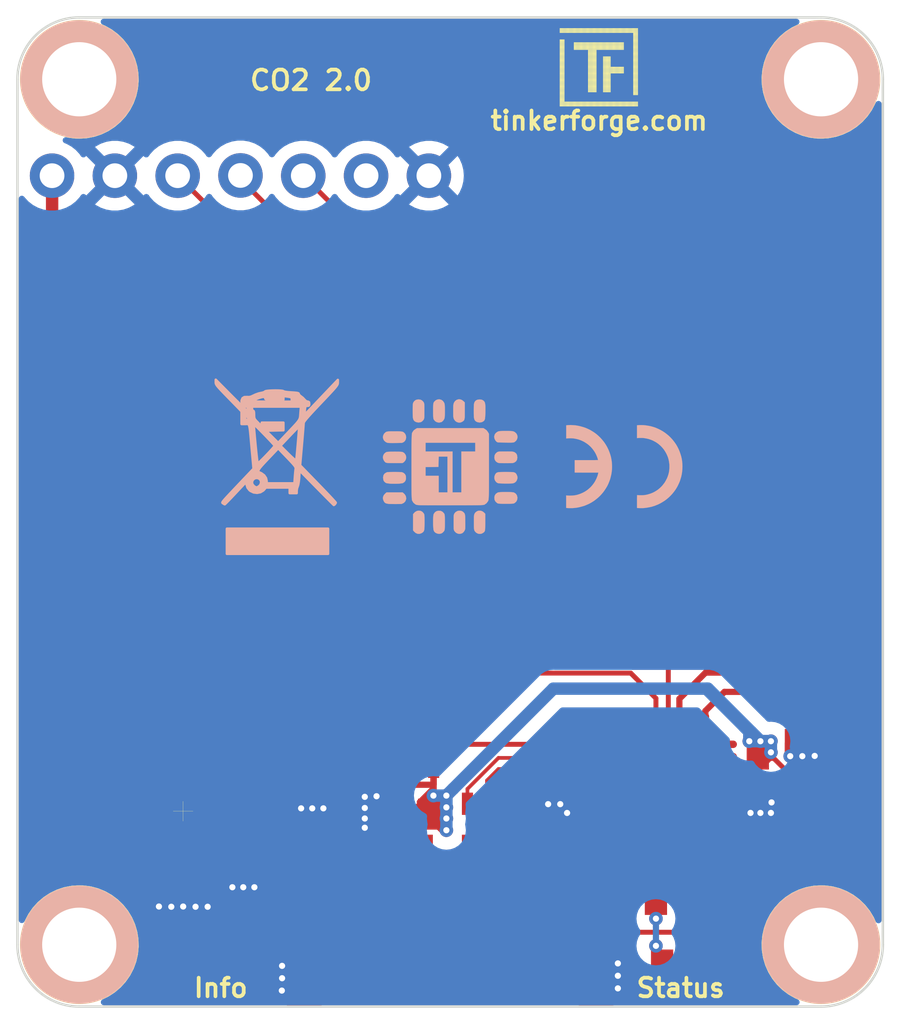
<source format=kicad_pcb>
(kicad_pcb (version 20221018) (generator pcbnew)
  (title_block (title "CO2 Bricklet 2.0") (rev "1.0") (company "Tinkerforge GmbH") (comment 1 "Licensed under CERN OHL v.1.1") (comment 2 "Copyright (©) 2015, T.Schneidermann <tim@tinkerforge.com>"))
  (layers (0 "F.Cu" signal) (31 "B.Cu" signal) (34 "B.Paste" user) (35 "F.Paste" user) (36 "B.SilkS" user "B.Silkscreen") (37 "F.SilkS" user "F.Silkscreen") (38 "B.Mask" user) (39 "F.Mask" user) (44 "Edge.Cuts" user))
  (net 0 "")
  (net 1 "Net-(C1-Pad1)")
  (net 2 "GND")
  (net 3 "+3.3VP")
  (net 4 "+5V")
  (net 5 "Net-(C6-Pad1)")
  (net 6 "Net-(D1-Pad2)")
  (net 7 "Net-(D2-Pad2)")
  (net 8 "Net-(P1-Pad4)")
  (net 9 "Net-(P1-Pad5)")
  (net 10 "Net-(P1-Pad6)")
  (net 11 "Net-(P2-Pad1)")
  (net 12 "Net-(P3-Pad2)")
  (net 13 "S-CS")
  (net 14 "S-CLK")
  (net 15 "S-MOSI")
  (net 16 "S-MISO")
  (net 17 "SDA")
  (net 18 "Net-(RP3-Pad2)")
  (net 19 "Net-(RP3-Pad3)")
  (net 20 "SCL")
  (net 21 "Net-(RP3-Pad6)")
  (net 22 "Net-(RP3-Pad7)")
  (net 23 "RDY")
  (net 24 "Net-(U1-Pad3)")
  (net 25 "Net-(U1-Pad4)")
  (net 26 "Net-(U1-Pad5)")
  (net 27 "Net-(U1-Pad6)")
  (net 28 "Net-(U1-Pad8)")
  (net 29 "Net-(U1-Pad11)")
  (net 30 "Net-(U1-Pad12)")
  (net 31 "Net-(U1-Pad18)")
  (net 32 "Net-(U1-Pad20)")
  (net 33 "Net-(U1-Pad21)")
  (net 34 "Net-(U6-Pad6)")
  (net 35 "Net-(R1-Pad1)")
  (net 36 "Net-(R2-Pad1)")
  (net 37 "Net-(U1-Pad14)")
  (footprint "C0402E" (layer "F.Cu") (at 142.702192 106.905794 90)
    (fp_text reference "C1")
    (fp_text value "220pF")
    (pad "1" smd rect (at -0.65 0 90) (size 0.7 0.9) (layers "F.Cu" "F.Paste" "F.Mask") (net 1 "Net-(C1-Pad1)"))
    (pad "2" smd rect (at 0.65 0 90) (size 0.7 0.9) (layers "F.Cu" "F.Paste" "F.Mask") (net 2 "GND"))
  )
  (footprint "kicad-libraries:C0805" (layer "F.Cu") (at 136.7 106.225 180)
    (fp_text reference "C2")
    (fp_text value "10uF")
    (pad "1" smd rect (at -1.00076 0 180) (size 1.00076 1.24968) (layers "F.Cu" "F.Paste" "F.Mask") (net 3 "+3.3VP") (clearance 0.14986))
    (pad "2" smd rect (at 1.00076 0 180) (size 1.00076 1.24968) (layers "F.Cu" "F.Paste" "F.Mask") (net 2 "GND") (clearance 0.14986))
  )
  (footprint "kicad-libraries:C0603F" (layer "F.Cu") (at 136.602192 107.505794 180)
    (fp_text reference "C3")
    (fp_text value "1uF")
    (pad "1" smd rect (at -0.75 0 180) (size 0.9 0.9) (layers "F.Cu" "F.Paste" "F.Mask") (net 3 "+3.3VP"))
    (pad "2" smd rect (at 0.75 0 180) (size 0.9 0.9) (layers "F.Cu" "F.Paste" "F.Mask") (net 2 "GND"))
  )
  (footprint "C0603F" (layer "F.Cu") (at 150.945 104.72 -90)
    (fp_text reference "C4")
    (fp_text value "100nF")
    (pad "1" smd rect (at -0.75 0 270) (size 0.9 0.9) (layers "F.Cu" "F.Paste" "F.Mask") (net 3 "+3.3VP"))
    (pad "2" smd rect (at 0.75 0 270) (size 0.9 0.9) (layers "F.Cu" "F.Paste" "F.Mask") (net 2 "GND"))
  )
  (footprint "C0603E" (layer "F.Cu") (at 132.902192 107.555694 90)
    (fp_text reference "C5")
    (fp_text value "1µF")
    (pad "1" smd rect (at -0.8501 0 90) (size 1.1 1) (layers "F.Cu" "F.Paste" "F.Mask") (net 4 "+5V"))
    (pad "2" smd rect (at 0.8501 0 90) (size 1.1 1) (layers "F.Cu" "F.Paste" "F.Mask") (net 2 "GND"))
  )
  (footprint "C0603E" (layer "F.Cu") (at 130.102192 107.555694 -90)
    (fp_text reference "C6")
    (fp_text value "1µF")
    (pad "1" smd rect (at -0.8501 0 270) (size 1.1 1) (layers "F.Cu" "F.Paste" "F.Mask") (net 5 "Net-(C6-Pad1)"))
    (pad "2" smd rect (at 0.8501 0 270) (size 1.1 1) (layers "F.Cu" "F.Paste" "F.Mask") (net 2 "GND"))
  )
  (footprint "D0603F" (layer "F.Cu") (at 147.825 112.15 180)
    (fp_text reference "D1")
    (fp_text value "BLUE")
    (pad "1" smd rect (at -0.75 0 180) (size 0.9 0.9) (layers "F.Cu" "F.Paste" "F.Mask") (net 3 "+3.3VP"))
    (pad "2" smd rect (at 0.75 0 180) (size 0.9 0.9) (layers "F.Cu" "F.Paste" "F.Mask") (net 6 "Net-(D1-Pad2)"))
  )
  (footprint "D0603F" (layer "F.Cu") (at 129.225 112.15 180)
    (fp_text reference "D2")
    (fp_text value "GREEN")
    (pad "1" smd rect (at -0.75 0 180) (size 0.9 0.9) (layers "F.Cu" "F.Paste" "F.Mask") (net 3 "+3.3VP"))
    (pad "2" smd rect (at 0.75 0 180) (size 0.9 0.9) (layers "F.Cu" "F.Paste" "F.Mask") (net 7 "Net-(D2-Pad2)"))
  )
  (footprint "R0603E" (layer "F.Cu") (at 131.502192 107.555694 90)
    (fp_text reference "L1")
    (fp_text value "FB-2")
    (pad "1" smd rect (at -0.8501 0 90) (size 1.1 1) (layers "F.Cu" "F.Paste" "F.Mask") (net 4 "+5V"))
    (pad "2" smd rect (at 0.8501 0 90) (size 1.1 1) (layers "F.Cu" "F.Paste" "F.Mask") (net 5 "Net-(C6-Pad1)"))
  )
  (footprint "DEBUG_PAD" (layer "F.Cu") (at 154.565 102.98 90)
    (fp_text reference "P2")
    (fp_text value "DEBUG")
    (pad "1" smd circle (at 0 0 90) (size 0.7 0.7) (layers "F.Cu" "F.Paste" "F.Mask") (net 11 "Net-(P2-Pad1)"))
  )
  (footprint "SolderJumper" (layer "F.Cu") (at 152.735 103.03 90)
    (fp_text reference "P3")
    (fp_text value "BOOT")
    (pad "1" smd rect (at -0.5 0 90) (size 0.4 1.4) (layers "F.Cu" "F.Mask") (net 2 "GND"))
    (pad "1" smd rect (at -0.225 -0.55 90) (size 0.95 0.3) (layers "F.Cu" "F.Mask") (net 2 "GND"))
    (pad "1" smd rect (at -0.225 0.55 90) (size 0.95 0.3) (layers "F.Cu" "F.Mask") (net 2 "GND"))
    (pad "2" smd rect (at 0.15 0 90) (size 0.6 0.5) (layers "F.Cu" "F.Mask") (net 12 "Net-(P3-Pad2)"))
    (pad "2" smd rect (at 0.55 0 90) (size 0.3 1.4) (layers "F.Cu" "F.Mask") (net 12 "Net-(P3-Pad2)"))
  )
  (footprint "4X0603" (layer "F.Cu") (at 140.400972 106.654894 180)
    (fp_text reference "RP1")
    (fp_text value "82")
    (pad "1" smd rect (at -1.19888 -0.8509 180) (size 0.44958 0.89916) (layers "F.Cu" "F.Paste" "F.Mask") (net 1 "Net-(C1-Pad1)"))
    (pad "2" smd rect (at -0.39878 -0.8509 180) (size 0.44958 0.89916) (layers "F.Cu" "F.Paste" "F.Mask") (net 10 "Net-(P1-Pad6)"))
    (pad "3" smd rect (at 0.39878 -0.8509 180) (size 0.44958 0.89916) (layers "F.Cu" "F.Paste" "F.Mask") (net 9 "Net-(P1-Pad5)"))
    (pad "4" smd rect (at 1.19888 -0.8509 180) (size 0.44958 0.89916) (layers "F.Cu" "F.Paste" "F.Mask") (net 8 "Net-(P1-Pad4)"))
    (pad "5" smd rect (at 1.19888 0.8509 180) (size 0.44958 0.89916) (layers "F.Cu" "F.Paste" "F.Mask") (net 13 "S-CS"))
    (pad "6" smd rect (at 0.39878 0.8509 180) (size 0.44958 0.89916) (layers "F.Cu" "F.Paste" "F.Mask") (net 14 "S-CLK"))
    (pad "7" smd rect (at -0.39878 0.8509 180) (size 0.44958 0.89916) (layers "F.Cu" "F.Paste" "F.Mask") (net 15 "S-MOSI"))
    (pad "8" smd rect (at -1.19888 0.8509 180) (size 0.44958 0.89916) (layers "F.Cu" "F.Paste" "F.Mask") (net 16 "S-MISO"))
  )
  (footprint "QFN24-4x4mm-0.5mm" (layer "F.Cu") (at 147.575 104.65 90)
    (fp_text reference "U1")
    (fp_text value "XMC1302")
    (pad "1" smd oval (at -2.025 -1.25 90) (size 1 0.3) (layers "F.Cu" "F.Paste" "F.Mask") (net 16 "S-MISO"))
    (pad "2" smd oval (at -2.025 -0.75 90) (size 1 0.3) (layers "F.Cu" "F.Paste" "F.Mask") (net 35 "Net-(R1-Pad1)"))
    (pad "3" smd oval (at -2.025 -0.25 90) (size 1 0.3) (layers "F.Cu" "F.Paste" "F.Mask") (net 24 "Net-(U1-Pad3)"))
    (pad "4" smd oval (at -2.025 0.25 90) (size 1 0.3) (layers "F.Cu" "F.Paste" "F.Mask") (net 25 "Net-(U1-Pad4)"))
    (pad "5" smd oval (at -2.025 0.75 90) (size 1 0.3) (layers "F.Cu" "F.Paste" "F.Mask") (net 26 "Net-(U1-Pad5)"))
    (pad "6" smd oval (at -2.025 1.25 90) (size 1 0.3) (layers "F.Cu" "F.Paste" "F.Mask") (net 27 "Net-(U1-Pad6)"))
    (pad "7" smd oval (at -1.25 2.025 180) (size 1 0.3) (layers "F.Cu" "F.Paste" "F.Mask") (net 36 "Net-(R2-Pad1)"))
    (pad "8" smd oval (at -0.75 2.025 180) (size 1 0.3) (layers "F.Cu" "F.Paste" "F.Mask") (net 28 "Net-(U1-Pad8)"))
    (pad "9" smd oval (at -0.25 2.025 180) (size 1 0.3) (layers "F.Cu" "F.Paste" "F.Mask") (net 2 "GND"))
    (pad "10" smd oval (at 0.25 2.025 180) (size 1 0.3) (layers "F.Cu" "F.Paste" "F.Mask") (net 3 "+3.3VP"))
    (pad "11" smd oval (at 0.75 2.025 180) (size 1 0.3) (layers "F.Cu" "F.Paste" "F.Mask") (net 29 "Net-(U1-Pad11)"))
    (pad "12" smd oval (at 1.25 2.025 180) (size 1 0.3) (layers "F.Cu" "F.Paste" "F.Mask") (net 30 "Net-(U1-Pad12)"))
    (pad "13" smd oval (at 2.025 1.25 90) (size 1 0.3) (layers "F.Cu" "F.Paste" "F.Mask") (net 12 "Net-(P3-Pad2)"))
    (pad "14" smd oval (at 2.025 0.75 90) (size 1 0.3) (layers "F.Cu" "F.Paste" "F.Mask") (net 37 "Net-(U1-Pad14)"))
    (pad "15" smd oval (at 2.025 0.25 90) (size 1 0.3) (layers "F.Cu" "F.Paste" "F.Mask") (net 11 "Net-(P2-Pad1)"))
    (pad "16" smd oval (at 2.025 -0.25 90) (size 1 0.3) (layers "F.Cu" "F.Paste" "F.Mask") (net 23 "RDY"))
    (pad "17" smd oval (at 2.025 -0.75 90) (size 1 0.3) (layers "F.Cu" "F.Paste" "F.Mask") (net 17 "SDA"))
    (pad "18" smd oval (at 2.025 -1.25 90) (size 1 0.3) (layers "F.Cu" "F.Paste" "F.Mask") (net 31 "Net-(U1-Pad18)"))
    (pad "19" smd oval (at 1.25 -2.025 180) (size 1 0.3) (layers "F.Cu" "F.Paste" "F.Mask") (net 20 "SCL"))
    (pad "20" smd oval (at 0.75 -2.025 180) (size 1 0.3) (layers "F.Cu" "F.Paste" "F.Mask") (net 32 "Net-(U1-Pad20)"))
    (pad "21" smd oval (at 0.25 -2.025 180) (size 1 0.3) (layers "F.Cu" "F.Paste" "F.Mask") (net 33 "Net-(U1-Pad21)"))
    (pad "22" smd oval (at -0.25 -2.025 180) (size 1 0.3) (layers "F.Cu" "F.Paste" "F.Mask") (net 13 "S-CS"))
    (pad "23" smd oval (at -0.75 -2.025 180) (size 1 0.3) (layers "F.Cu" "F.Paste" "F.Mask") (net 14 "S-CLK"))
    (pad "24" smd oval (at -1.25 -2.025 180) (size 1 0.3) (layers "F.Cu" "F.Paste" "F.Mask") (net 15 "S-MOSI"))
    (pad "EXP" smd rect (at -0.65 -0.65 90) (size 1.3 1.3) (layers "F.Cu" "F.Paste" "F.Mask") (net 2 "GND"))
    (pad "EXP" smd rect (at -0.65 0.65 90) (size 1.3 1.3) (layers "F.Cu" "F.Paste" "F.Mask") (net 2 "GND"))
    (pad "EXP" smd rect (at 0.65 -0.65 90) (size 1.3 1.3) (layers "F.Cu" "F.Paste" "F.Mask") (net 2 "GND"))
    (pad "EXP" smd rect (at 0.65 0.65 90) (size 1.3 1.3) (layers "F.Cu" "F.Paste" "F.Mask") (net 2 "GND"))
  )
  (footprint "DRILL_NP" (layer "F.Cu") (at 123.502192 76.505794 90)
    (fp_text reference "U3" hide)
    (fp_text value "DRILL" hide)
    (pad "" np_thru_hole circle (at 0 0 90) (size 2.99974 2.99974) (drill 2.99974) (layers "*.Cu" "*.Mask" "F.SilkS") (clearance 0.89916))
  )
  (footprint "DRILL_NP" (layer "F.Cu") (at 153.502192 76.505794 90)
    (fp_text reference "U4" hide)
    (fp_text value "DRILL" hide)
    (pad "" np_thru_hole circle (at 0 0 90) (size 2.99974 2.99974) (drill 2.99974) (layers "*.Cu" "*.Mask" "F.SilkS") (clearance 0.89916))
  )
  (footprint "DRILL_NP" (layer "F.Cu") (at 153.502192 111.505794 90)
    (fp_text reference "U5" hide)
    (fp_text value "DRILL" hide)
    (pad "" np_thru_hole circle (at 0 0 90) (size 2.99974 2.99974) (drill 2.99974) (layers "*.Cu" "*.Mask" "F.SilkS") (clearance 0.89916))
  )
  (footprint "DRILL_NP" (layer "F.Cu") (at 123.502192 111.505794 90)
    (fp_text reference "U2" hide)
    (fp_text value "DRILL" hide)
    (pad "" np_thru_hole circle (at 0 0 90) (size 2.99974 2.99974) (drill 2.99974) (layers "*.Cu" "*.Mask" "F.SilkS") (clearance 0.89916))
  )
  (footprint "kicad-libraries:SCD30" (layer "F.Cu") (at 121.002192 79.005794 180)
    (fp_text reference "U6")
    (fp_text value "SCD30")
    (pad "1" thru_hole circle (at -1.4 -1.4 180) (size 1.8 1.8) (drill 1) (layers "*.Cu" "*.Mask") (net 5 "Net-(C6-Pad1)"))
    (pad "2" thru_hole circle (at -3.94 -1.4 180) (size 1.8 1.8) (drill 1) (layers "*.Cu" "*.Mask") (net 2 "GND"))
    (pad "3" thru_hole circle (at -6.48 -1.4 180) (size 1.8 1.8) (drill 1) (layers "*.Cu" "*.Mask") (net 20 "SCL"))
    (pad "4" thru_hole circle (at -9.02 -1.39 180) (size 1.8 1.8) (drill 1) (layers "*.Cu" "*.Mask") (net 17 "SDA"))
    (pad "5" thru_hole circle (at -11.56 -1.4 180) (size 1.8 1.8) (drill 1) (layers "*.Cu" "*.Mask") (net 23 "RDY"))
    (pad "6" thru_hole circle (at -14.1 -1.4 180) (size 1.8 1.8) (drill 1) (layers "*.Cu" "*.Mask") (net 34 "Net-(U6-Pad6)"))
    (pad "7" thru_hole circle (at -16.64 -1.4 180) (size 1.8 1.8) (drill 1) (layers "*.Cu" "*.Mask") (net 2 "GND"))
  )
  (footprint "3528-21" (layer "F.Cu") (at 127.702192 107.506274 -90)
    (fp_text reference "C7")
    (fp_text value "100µF")
    (pad "1" smd rect (at -1.40048 0 270) (size 1.59954 2.79908) (layers "F.Cu" "F.Paste" "F.Mask") (net 5 "Net-(C6-Pad1)") (clearance 0.14986))
    (pad "2" smd rect (at 1.40048 0 270) (size 1.59954 2.79908) (layers "F.Cu" "F.Paste" "F.Mask") (net 2 "GND") (clearance 0.14986))
  )
  (footprint "4X0603" (layer "F.Cu") (at 136.635 103.46)
    (fp_text reference "RP3")
    (fp_text value "1k")
    (pad "1" smd rect (at -1.19888 -0.8509) (size 0.44958 0.89916) (layers "F.Cu" "F.Paste" "F.Mask") (net 20 "SCL"))
    (pad "2" smd rect (at -0.39878 -0.8509) (size 0.44958 0.89916) (layers "F.Cu" "F.Paste" "F.Mask") (net 18 "Net-(RP3-Pad2)"))
    (pad "3" smd rect (at 0.39878 -0.8509) (size 0.44958 0.89916) (layers "F.Cu" "F.Paste" "F.Mask") (net 19 "Net-(RP3-Pad3)"))
    (pad "4" smd rect (at 1.19888 -0.8509) (size 0.44958 0.89916) (layers "F.Cu" "F.Paste" "F.Mask") (net 17 "SDA"))
    (pad "5" smd rect (at 1.19888 0.8509) (size 0.44958 0.89916) (layers "F.Cu" "F.Paste" "F.Mask") (net 3 "+3.3VP"))
    (pad "6" smd rect (at 0.39878 0.8509) (size 0.44958 0.89916) (layers "F.Cu" "F.Paste" "F.Mask") (net 21 "Net-(RP3-Pad6)"))
    (pad "7" smd rect (at -0.39878 0.8509) (size 0.44958 0.89916) (layers "F.Cu" "F.Paste" "F.Mask") (net 22 "Net-(RP3-Pad7)"))
    (pad "8" smd rect (at -1.19888 0.8509) (size 0.44958 0.89916) (layers "F.Cu" "F.Paste" "F.Mask") (net 3 "+3.3VP"))
  )
  (footprint "kicad-libraries:R0603F" (layer "F.Cu") (at 146.825 109.1 -90)
    (fp_text reference "R1")
    (fp_text value "1k")
    (pad "1" smd rect (at -0.75 0 270) (size 0.9 0.9) (layers "F.Cu" "F.Paste" "F.Mask") (net 35 "Net-(R1-Pad1)"))
    (pad "2" smd rect (at 0.75 0 270) (size 0.9 0.9) (layers "F.Cu" "F.Paste" "F.Mask") (net 6 "Net-(D1-Pad2)"))
  )
  (footprint "kicad-libraries:R0603F" (layer "F.Cu") (at 129.215 110.87 180)
    (fp_text reference "R2")
    (fp_text value "1k")
    (pad "1" smd rect (at -0.75 0 180) (size 0.9 0.9) (layers "F.Cu" "F.Paste" "F.Mask") (net 36 "Net-(R2-Pad1)"))
    (pad "2" smd rect (at 0.75 0 180) (size 0.9 0.9) (layers "F.Cu" "F.Paste" "F.Mask") (net 7 "Net-(D2-Pad2)"))
  )
  (footprint "kicad-libraries:Logo_31x31" (layer "F.Cu") (at 142.935 74.44)
    (fp_text reference "G***" hide)
    (fp_text value "Logo_31x31" hide)
  )
  (footprint "CON-SENSOR2" (layer "F.Cu") (at 138.502192 114.005794)
    (fp_text reference "P1")
    (fp_text value "CON-SENSOR2")
    (pad "1" smd rect (at -3.75 -4.6) (size 0.6 1.8) (layers "F.Cu" "F.Paste" "F.Mask") (net 4 "+5V"))
    (pad "2" smd rect (at -2.5 -4.6) (size 0.6 1.8) (layers "F.Cu" "F.Paste" "F.Mask") (net 2 "GND"))
    (pad "3" smd rect (at -1.25 -4.6) (size 0.6 1.8) (layers "F.Cu" "F.Paste" "F.Mask") (net 3 "+3.3VP"))
    (pad "4" smd rect (at 0 -4.6) (size 0.6 1.8) (layers "F.Cu" "F.Paste" "F.Mask") (net 8 "Net-(P1-Pad4)"))
    (pad "5" smd rect (at 1.25 -4.6) (size 0.6 1.8) (layers "F.Cu" "F.Paste" "F.Mask") (net 9 "Net-(P1-Pad5)"))
    (pad "6" smd rect (at 2.5 -4.6) (size 0.6 1.8) (layers "F.Cu" "F.Paste" "F.Mask") (net 10 "Net-(P1-Pad6)"))
    (pad "7" smd rect (at 3.75 -4.6) (size 0.6 1.8) (layers "F.Cu" "F.Paste" "F.Mask") (net 1 "Net-(C1-Pad1)"))
    (pad "EP" smd rect (at -5.9 -1.2) (size 1.4 2.4) (layers "F.Cu" "F.Paste" "F.Mask") (net 2 "GND"))
    (pad "EP" smd rect (at 5.9 -1.2) (size 1.4 2.4) (layers "F.Cu" "F.Paste" "F.Mask") (net 2 "GND"))
  )
  (footprint "kicad-libraries:Fiducial_Mark" (layer "F.Cu") (at 154 106)
    (fp_text reference "Fiducial_Mark" hide)
    (fp_text value "VAL**" hide)
    (pad "1" smd circle (at 0 0) (size 1.00076 1.00076) (layers "F.Cu" "F.Paste" "F.Mask") (clearance 0.65024))
  )
  (footprint "kicad-libraries:Fiducial_Mark" (layer "F.Cu") (at 124 106)
    (fp_text reference "Fiducial_Mark" hide)
    (fp_text value "VAL**" hide)
    (pad "1" smd circle (at 0 0) (size 1.00076 1.00076) (layers "F.Cu" "F.Paste" "F.Mask") (clearance 0.65024))
  )
  (footprint "kicad-libraries:Fiducial_Mark" (layer "F.Cu") (at 128 76)
    (fp_text reference "Fiducial_Mark" hide)
    (fp_text value "VAL**" hide)
    (pad "1" smd circle (at 0 0) (size 1.00076 1.00076) (layers "F.Cu" "F.Paste" "F.Mask") (clearance 0.65024))
  )
  (footprint "kicad-libraries:Logo_CoMCU" (layer "B.Cu") (at 138.505 92.17 180)
    (fp_text reference "G***" hide)
    (fp_text value "LOGO" hide)
  )
  (footprint "kicad-libraries:CE_5mm" (layer "B.Cu") (at 145.505 92.17 180)
    (fp_text reference "VAL" hide)
    (fp_text value "CE_5mm" hide)
  )
  (footprint "kicad-libraries:WEEE_7mm" (layer "B.Cu") (at 131.505 92.17 180)
    (fp_text reference "VAL" hide)
    (fp_text value "WEEE_7mm" hide)
  )
  (gr_arc (start 121.002192 76.505794) (mid 121.734425 74.738027) (end 123.502192 74.005794) (stroke (width 0.1)) (layer "Edge.Cuts"))
  (gr_line (start 153.502192 74.005794) (end 123.502192 74.005794) (stroke (width 0.1)) (layer "Edge.Cuts"))
  (gr_arc (start 123.502192 114.005794) (mid 121.734425 113.273561) (end 121.002192 111.505794) (stroke (width 0.1)) (layer "Edge.Cuts"))
  (gr_arc (start 153.502192 74.005794) (mid 155.269959 74.738027) (end 156.002192 76.505794) (stroke (width 0.1)) (layer "Edge.Cuts"))
  (gr_line (start 123.502192 114.005794) (end 153.502192 114.005794) (stroke (width 0.1)) (layer "Edge.Cuts"))
  (gr_line (start 156.002192 111.505794) (end 156.002192 76.505794) (stroke (width 0.1)) (layer "Edge.Cuts"))
  (gr_line (start 121.002192 76.505794) (end 121.002192 111.505794) (stroke (width 0.1)) (layer "Edge.Cuts"))
  (gr_arc (start 156.002192 111.505794) (mid 155.269959 113.273561) (end 153.502192 114.005794) (stroke (width 0.1)) (layer "Edge.Cuts"))
  (gr_text "tinkerforge.com" (at 144.525 78.18) (layer "F.SilkS") (effects (font (size 0.75 0.75))))
  (gr_text "Status" (at 147.825 113.25) (layer "F.SilkS") (effects (font (size 0.75 0.75))))
  (gr_text "Info" (at 129.225 113.25) (layer "F.SilkS") (effects (font (size 0.75 0.75))))
  (gr_text "CO2 2.0" (at 132.875 76.55) (layer "F.SilkS") (effects (font (size 0.8 0.8))))
  (segment (start 141.599852 107.505794) (end 142.652192 107.505794) (width 0.15) (layer "F.Cu") (net 1))
  (segment (start 142.252192 108.617192) (end 142.252192 109.405794) (width 0.15) (layer "F.Cu") (net 1))
  (segment (start 141.625 107.99) (end 142.252192 108.617192) (width 0.15) (layer "F.Cu") (net 1))
  (segment (start 141.625 107.59) (end 141.625 107.99) (width 0.15) (layer "F.Cu") (net 1))
  (segment (start 142.652192 107.505794) (end 142.702192 107.555794) (width 0.15) (layer "F.Cu") (net 1))
  (segment (start 151.22 105.47) (end 151.225001 105.475001) (width 0.5) (layer "F.Cu") (net 2))
  (segment (start 131.695 113.359996) (end 132.04799 113.359996) (width 0.5) (layer "F.Cu") (net 2))
  (segment (start 135.61921 106.205794) (end 135.324999 106.500005) (width 0.3) (layer "F.Cu") (net 2))
  (segment (start 132.902192 106.46281) (end 133.100003 106.264999) (width 0.3) (layer "F.Cu") (net 2))
  (segment (start 150.945 105.88) (end 150.924999 105.900001) (width 0.3) (layer "F.Cu") (net 2))
  (segment (start 150.65 106.175) (end 151.474994 106.175) (width 0.5) (layer "F.Cu") (net 2))
  (segment (start 135.952192 105.927192) (end 135.799999 105.774999) (width 0.3) (layer "F.Cu") (net 2))
  (segment (start 135.525 106.05076) (end 135.69924 106.225) (width 0.5) (layer "F.Cu") (net 2))
  (segment (start 132.04799 113.359996) (end 132.602192 112.805794) (width 0.5) (layer "F.Cu") (net 2))
  (segment (start 135.830794 106.205794) (end 135.730794 106.205794) (width 0.3) (layer "F.Cu") (net 2))
  (segment (start 130.102192 108.405794) (end 130.102192 108.697192) (width 0.3) (layer "F.Cu") (net 2))
  (segment (start 150.945 105.47) (end 150.945 105.84) (width 0.3) (layer "F.Cu") (net 2))
  (segment (start 151.05 105.936092) (end 151.05 106.286092) (width 0.3) (layer "F.Cu") (net 2))
  (segment (start 150.945 105.47) (end 151.05 105.575) (width 0.5) (layer "F.Cu") (net 2))
  (segment (start 152.185 103.255) (end 152.185 103.375002) (width 0.25) (layer "F.Cu") (net 2))
  (segment (start 150.945 106.22) (end 150.95 106.225) (width 0.3) (layer "F.Cu") (net 2))
  (segment (start 135.525 105.5) (end 135.075 105.5) (width 0.5) (layer "F.Cu") (net 2))
  (segment (start 148.225 105.3) (end 146.925 105.3) (width 0.2) (layer "F.Cu") (net 2))
  (segment (start 128.684999 109.959999) (end 128.695 109.97) (width 0.5) (layer "F.Cu") (net 2))
  (segment (start 142.702192 106.255794) (end 142.702192 106.057192) (width 0.3) (layer "F.Cu") (net 2))
  (segment (start 153.130002 103.53) (end 153.285 103.375002) (width 0.25) (layer "F.Cu") (net 2))
  (segment (start 131.705 112.36) (end 132.156398 112.36) (width 0.5) (layer "F.Cu") (net 2))
  (segment (start 142.702192 106.255794) (end 142.781725 106.176261) (width 0.3) (layer "F.Cu") (net 2))
  (segment (start 130.310001 108.905001) (end 130.585 109.18) (width 0.3) (layer "F.Cu") (net 2))
  (segment (start 128.695 109.899562) (end 127.702192 108.906754) (width 0.5) (layer "F.Cu") (net 2))
  (segment (start 150.95 106.225) (end 151.186092 106.225) (width 0.3) (layer "F.Cu") (net 2))
  (segment (start 130.135 108.438602) (end 130.135 108.791092) (width 0.3) (layer "F.Cu") (net 2))
  (segment (start 130.102192 108.405794) (end 130.102192 108.772808) (width 0.3) (layer "F.Cu") (net 2))
  (segment (start 127.225004 109.383942) (end 127.225004 109.581092) (width 0.3) (layer "F.Cu") (net 2))
  (segment (start 132.925 106.682786) (end 132.925 106.378906) (width 0.3) (layer "F.Cu") (net 2))
  (segment (start 152.905 103.53) (end 153.245 103.87) (width 0.25) (layer "F.Cu") (net 2))
  (segment (start 145.285 112.26) (end 144.947986 112.26) (width 0.5) (layer "F.Cu") (net 2))
  (segment (start 142.702192 106.255794) (end 142.702192 106.072808) (width 0.3) (layer "F.Cu") (net 2))
  (segment (start 135.05 105.525) (end 135.05 106.775004) (width 0.5) (layer "F.Cu") (net 2))
  (segment (start 135.830794 106.205794) (end 135.61921 106.205794) (width 0.3) (layer "F.Cu") (net 2))
  (segment (start 132.902192 106.417192) (end 132.749999 106.264999) (width 0.3) (layer "F.Cu") (net 2))
  (segment (start 132.902192 106.705594) (end 132.902192 106.417192) (width 0.3) (layer "F.Cu") (net 2))
  (segment (start 131.759206 112.805794) (end 131.705 112.86) (width 0.3) (layer "F.Cu") (net 2))
  (segment (start 135.952192 107.505794) (end 135.952192 106.205794) (width 0.5) (layer "F.Cu") (net 2))
  (segment (start 131.705 113.349996) (end 131.695 113.359996) (width 0.5) (layer "F.Cu") (net 2))
  (segment (start 150.945 105.84) (end 150.953908 105.84) (width 0.3) (layer "F.Cu") (net 2))
  (segment (start 127.702192 108.906754) (end 127.705 108.909562) (width 0.3) (layer "F.Cu") (net 2))
  (segment (start 127.705 109.57109) (end 127.705 109.959998) (width 0.3) (layer "F.Cu") (net 2))
  (segment (start 145.285 113.27) (end 144.866398 113.27) (width 0.5) (layer "F.Cu") (net 2))
  (segment (start 151.05 105.786098) (end 151.05 106.175006) (width 0.5) (layer "F.Cu") (net 2))
  (segment (start 135.952192 106.205794) (end 135.757986 106.4) (width 0.3) (layer "F.Cu") (net 2))
  (segment (start 152.339998 103.53) (end 152.735 103.53) (width 0.25) (layer "F.Cu") (net 2))
  (segment (start 132.475 105.99) (end 133.375002 105.99) (width 0.5) (layer "F.Cu") (net 2))
  (segment (start 150.945 105.47) (end 151.22 105.47) (width 0.5) (layer "F.Cu") (net 2))
  (segment (start 135.721398 105.975) (end 135.438902 105.975) (width 0.3) (layer "F.Cu") (net 2))
  (segment (start 135.952192 106.205794) (end 135.721398 105.975) (width 0.3) (layer "F.Cu") (net 2))
  (segment (start 128.695 109.97) (end 128.695 109.899562) (width 0.5) (layer "F.Cu") (net 2))
  (segment (start 152.735 103.53) (end 152.735 103.87) (width 0.25) (layer "F.Cu") (net 2))
  (segment (start 135.799999 105.774999) (end 135.525 105.5) (width 0.3) (layer "F.Cu") (net 2))
  (segment (start 144.947986 112.26) (end 144.402192 112.805794) (width 0.5) (layer "F.Cu") (net 2))
  (segment (start 150.65 106.175) (end 151.049994 106.175) (width 0.5) (layer "F.Cu") (net 2))
  (segment (start 150.945 105.47) (end 150.375 104.9) (width 0.3) (layer "F.Cu") (net 2))
  (segment (start 135.324999 106.500005) (end 135.05 106.775004) (width 0.3) (layer "F.Cu") (net 2))
  (segment (start 129.969999 108.905001) (end 129.695 109.18) (width 0.3) (layer "F.Cu") (net 2))
  (segment (start 126.724999 109.883947) (end 127.702192 108.906754) (width 0.5) (layer "F.Cu") (net 2))
  (segment (start 132.925 106.378906) (end 132.925 105.989998) (width 0.3) (layer "F.Cu") (net 2))
  (segment (start 135.757986 106.4) (end 135.438908 106.4) (width 0.3) (layer "F.Cu") (net 2))
  (segment (start 144.402192 112.805794) (end 145.239206 112.805794) (width 0.3) (layer "F.Cu") (net 2))
  (segment (start 142.702192 106.072808) (end 142.955 105.82) (width 0.3) (layer "F.Cu") (net 2))
  (segment (start 142.781725 106.176261) (end 142.842353 106.176261) (width 0.3) (layer "F.Cu") (net 2))
  (segment (start 142.702192 106.057192) (end 142.465 105.82) (width 0.3) (layer "F.Cu") (net 2))
  (segment (start 136.002192 107.555794) (end 135.952192 107.505794) (width 0.5) (layer "F.Cu") (net 2))
  (segment (start 127.705 108.909562) (end 127.705 109.57109) (width 0.3) (layer "F.Cu") (net 2))
  (segment (start 130.102192 108.697192) (end 130.310001 108.905001) (width 0.3) (layer "F.Cu") (net 2))
  (segment (start 151.025 105.55) (end 151.025 105.911092) (width 0.5) (layer "F.Cu") (net 2))
  (segment (start 151.474994 106.175) (end 151.475 106.174994) (width 0.5) (layer "F.Cu") (net 2))
  (segment (start 152.735 103.53) (end 152.905 103.53) (width 0.25) (layer "F.Cu") (net 2))
  (segment (start 145.285 112.26) (end 145.285 113.27) (width 0.5) (layer "F.Cu") (net 2))
  (segment (start 152.735 103.87) (end 152.745 103.88) (width 0.25) (layer "F.Cu") (net 2))
  (segment (start 151.5 106.15) (end 151.5 106.138908) (width 0.5) (layer "F.Cu") (net 2))
  (segment (start 151.05 105.575) (end 151.05 105.786098) (width 0.5) (layer "F.Cu") (net 2))
  (segment (start 146.925 105.3) (end 146.925 104) (width 0.2) (layer "F.Cu") (net 2))
  (segment (start 151.049994 106.175) (end 151.05 106.175006) (width 0.5) (layer "F.Cu") (net 2))
  (segment (start 127.702192 108.906754) (end 128.205 109.409562) (width 0.3) (layer "F.Cu") (net 2))
  (segment (start 150.65 106.175) (end 150.65 105.765) (width 0.5) (layer "F.Cu") (net 2))
  (segment (start 136.002192 109.405794) (end 136.002192 107.555794) (width 0.5) (layer "F.Cu") (net 2))
  (segment (start 151.025 105.911092) (end 151.05 105.936092) (width 0.3) (layer "F.Cu") (net 2))
  (segment (start 149.6 104.9) (end 148.625 104.9) (width 0.3) (layer "F.Cu") (net 2))
  (segment (start 128.205 109.409562) (end 128.205 109.581092) (width 0.3) (layer "F.Cu") (net 2))
  (segment (start 145.239206 112.805794) (end 145.285 112.76) (width 0.3) (layer "F.Cu") (net 2))
  (segment (start 150.65 105.765) (end 150.945 105.47) (width 0.5) (layer "F.Cu") (net 2))
  (segment (start 135.525 105.5) (end 135.525 106.05076) (width 0.5) (layer "F.Cu") (net 2))
  (segment (start 135.075 105.5) (end 135.05 105.525) (width 0.5) (layer "F.Cu") (net 2))
  (segment (start 152.735 103.53) (end 153.130002 103.53) (width 0.25) (layer "F.Cu") (net 2))
  (segment (start 150.924999 105.900001) (end 150.65 106.175) (width 0.3) (layer "F.Cu") (net 2))
  (segment (start 150.953908 105.84) (end 151.025 105.911092) (width 0.3) (layer "F.Cu") (net 2))
  (segment (start 150.945 105.84) (end 150.945 105.88) (width 0.3) (layer "F.Cu") (net 2))
  (segment (start 135.438902 105.975) (end 135.049994 105.975) (width 0.3) (layer "F.Cu") (net 2))
  (segment (start 152.605002 103.53) (end 152.529999 103.605003) (width 0.25) (layer "F.Cu") (net 2))
  (segment (start 150.945 105.47) (end 151.025 105.55) (width 0.5) (layer "F.Cu") (net 2))
  (segment (start 129.695 109.18) (end 130.585 109.18) (width 0.5) (layer "F.Cu") (net 2))
  (segment (start 135.438908 106.4) (end 135.05 106.4) (width 0.3) (layer "F.Cu") (net 2))
  (segment (start 127.225004 109.581092) (end 127.225004 109.97) (width 0.3) (layer "F.Cu") (net 2))
  (segment (start 133.100003 106.264999) (end 133.375002 105.99) (width 0.3) (layer "F.Cu") (net 2))
  (segment (start 132.602192 112.805794) (end 131.759206 112.805794) (width 0.3) (layer "F.Cu") (net 2))
  (segment (start 128.205 109.581092) (end 128.205 109.97) (width 0.3) (layer "F.Cu") (net 2))
  (segment (start 152.529999 103.605003) (end 152.255 103.880002) (width 0.25) (layer "F.Cu") (net 2))
  (segment (start 126.724999 109.959999) (end 128.684999 109.959999) (width 0.5) (layer "F.Cu") (net 2))
  (segment (start 130.135 108.791092) (end 130.135 109.18) (width 0.3) (layer "F.Cu") (net 2))
  (segment (start 126.724999 109.959999) (end 126.724999 109.883947) (width 0.5) (layer "F.Cu") (net 2))
  (segment (start 152.735 103.53) (end 152.605002 103.53) (width 0.25) (layer "F.Cu") (net 2))
  (segment (start 146.925 104) (end 148.225 104) (width 0.2) (layer "F.Cu") (net 2))
  (segment (start 135.952192 106.205794) (end 135.952192 105.927192) (width 0.3) (layer "F.Cu") (net 2))
  (segment (start 132.902192 106.705594) (end 132.902192 106.46281) (width 0.3) (layer "F.Cu") (net 2))
  (segment (start 144.866398 113.27) (end 144.402192 112.805794) (width 0.5) (layer "F.Cu") (net 2))
  (segment (start 151.5 106.138908) (end 151.5 105.75) (width 0.5) (layer "F.Cu") (net 2))
  (segment (start 131.705 112.36) (end 131.705 113.349996) (width 0.5) (layer "F.Cu") (net 2))
  (segment (start 132.902192 106.705594) (end 132.925 106.682786) (width 0.3) (layer "F.Cu") (net 2))
  (segment (start 127.702192 108.906754) (end 127.225004 109.383942) (width 0.3) (layer "F.Cu") (net 2))
  (segment (start 153.285 103.375002) (end 153.285 103.255) (width 0.25) (layer "F.Cu") (net 2))
  (segment (start 135.324999 105.799999) (end 135.05 105.525) (width 0.3) (layer "F.Cu") (net 2))
  (segment (start 135.952192 106.205794) (end 135.830794 106.205794) (width 0.3) (layer "F.Cu") (net 2))
  (segment (start 152.185 103.375002) (end 152.339998 103.53) (width 0.25) (layer "F.Cu") (net 2))
  (segment (start 150.375 104.9) (end 149.6 104.9) (width 0.3) (layer "F.Cu") (net 2))
  (segment (start 148.625 104.9) (end 148.225 105.3) (width 0.3) (layer "F.Cu") (net 2))
  (segment (start 142.842353 106.176261) (end 143.231261 106.176261) (width 0.3) (layer "F.Cu") (net 2))
  (segment (start 151.225001 105.475001) (end 151.5 105.75) (width 0.5) (layer "F.Cu") (net 2))
  (segment (start 132.156398 112.36) (end 132.602192 112.805794) (width 0.5) (layer "F.Cu") (net 2))
  (segment (start 135.730794 106.205794) (end 135.324999 105.799999) (width 0.3) (layer "F.Cu") (net 2))
  (segment (start 130.102192 108.772808) (end 129.969999 108.905001) (width 0.3) (layer "F.Cu") (net 2))
  (segment (start 132.749999 106.264999) (end 132.475 105.99) (width 0.3) (layer "F.Cu") (net 2))
  (segment (start 130.102192 108.405794) (end 130.135 108.438602) (width 0.3) (layer "F.Cu") (net 2))
  (via (at 151.05 106.175006) (size 0.55) (drill 0.25) (layers "F.Cu" "B.Cu") (net 2))
  (via (at 142.955 105.82) (size 0.55) (drill 0.25) (layers "F.Cu" "B.Cu") (net 2))
  (via (at 145.285 112.26) (size 0.55) (drill 0.25) (layers "F.Cu" "B.Cu") (net 2))
  (via (at 152.745 103.88) (size 0.55) (drill 0.25) (layers "F.Cu" "B.Cu") (net 2))
  (via (at 135.05 106.4) (size 0.55) (drill 0.25) (layers "F.Cu" "B.Cu") (net 2))
  (via (at 151.475 106.174994) (size 0.55) (drill 0.25) (layers "F.Cu" "B.Cu") (net 2))
  (via (at 128.205 109.97) (size 0.55) (drill 0.25) (layers "F.Cu" "B.Cu") (net 2))
  (via (at 133.375002 105.99) (size 0.55) (drill 0.25) (layers "F.Cu" "B.Cu") (net 2))
  (via (at 143.231261 106.176261) (size 0.55) (drill 0.25) (layers "F.Cu" "B.Cu") (net 2))
  (via (at 152.255 103.880002) (size 0.55) (drill 0.25) (layers "F.Cu" "B.Cu") (net 2))
  (via (at 131.705 112.36) (size 0.55) (drill 0.25) (layers "F.Cu" "B.Cu") (net 2))
  (via (at 130.135 109.18) (size 0.55) (drill 0.25) (layers "F.Cu" "B.Cu") (net 2))
  (via (at 135.05 106.775004) (size 0.55) (drill 0.25) (layers "F.Cu" "B.Cu") (net 2))
  (via (at 135.05 105.525) (size 0.55) (drill 0.25) (layers "F.Cu" "B.Cu") (net 2))
  (via (at 135.525 105.5) (size 0.55) (drill 0.25) (layers "F.Cu" "B.Cu") (net 2))
  (via (at 131.705 112.86) (size 0.55) (drill 0.25) (layers "F.Cu" "B.Cu") (net 2))
  (via (at 127.225004 109.97) (size 0.55) (drill 0.25) (layers "F.Cu" "B.Cu") (net 2))
  (via (at 126.724999 109.959999) (size 0.55) (drill 0.25) (layers "F.Cu" "B.Cu") (net 2))
  (via (at 127.705 109.959998) (size 0.55) (drill 0.25) (layers "F.Cu" "B.Cu") (net 2))
  (via (at 135.049994 105.975) (size 0.55) (drill 0.25) (layers "F.Cu" "B.Cu") (net 2))
  (via (at 132.475 105.99) (size 0.55) (drill 0.25) (layers "F.Cu" "B.Cu") (net 2))
  (via (at 131.695 113.359996) (size 0.55) (drill 0.25) (layers "F.Cu" "B.Cu") (net 2))
  (via (at 151.5 105.75) (size 0.55) (drill 0.25) (layers "F.Cu" "B.Cu") (net 2))
  (via (at 150.65 106.175) (size 0.55) (drill 0.25) (layers "F.Cu" "B.Cu") (net 2))
  (via (at 129.695 109.18) (size 0.55) (drill 0.25) (layers "F.Cu" "B.Cu") (net 2))
  (via (at 145.285 113.27) (size 0.55) (drill 0.25) (layers "F.Cu" "B.Cu") (net 2))
  (via (at 145.285 112.76) (size 0.55) (drill 0.25) (layers "F.Cu" "B.Cu") (net 2))
  (via (at 132.925 105.989998) (size 0.55) (drill 0.25) (layers "F.Cu" "B.Cu") (net 2))
  (via (at 142.465 105.82) (size 0.55) (drill 0.25) (layers "F.Cu" "B.Cu") (net 2))
  (via (at 130.585 109.18) (size 0.55) (drill 0.25) (layers "F.Cu" "B.Cu") (net 2))
  (via (at 128.695 109.97) (size 0.55) (drill 0.25) (layers "F.Cu" "B.Cu") (net 2))
  (via (at 153.245 103.87) (size 0.55) (drill 0.25) (layers "F.Cu" "B.Cu") (net 2))
  (segment (start 152.255 103.880002) (end 153.234998 103.880002) (width 0.5) (layer "B.Cu") (net 2))
  (segment (start 153.234998 103.880002) (end 153.245 103.87) (width 0.5) (layer "B.Cu") (net 2))
  (segment (start 137.252192 106.205794) (end 137.252192 106.04781) (width 0.5) (layer "F.Cu") (net 3))
  (segment (start 152.025001 106.949999) (end 147.975 111) (width 0.2) (layer "F.Cu") (net 3))
  (segment (start 137.252192 109.405794) (end 137.252192 107.505794) (width 0.5) (layer "F.Cu") (net 3))
  (segment (start 150.6 103.275) (end 151.05 103.275) (width 0.5) (layer "F.Cu") (net 3))
  (segment (start 137.961092 105.95) (end 138.35 105.95) (width 0.5) (layer "F.Cu") (net 3))
  (segment (start 137.507986 105.95) (end 137.961092 105.95) (width 0.5) (layer "F.Cu") (net 3))
  (segment (start 137.252192 106.205794) (end 137.619204 106.205794) (width 0.5) (layer "F.Cu") (net 3))
  (segment (start 135.43612 104.597118) (end 135.874483 105.035481) (width 0.25) (layer "F.Cu") (net 3))
  (segment (start 131.775 111) (end 130.625 112.15) (width 0.2) (layer "F.Cu") (net 3))
  (segment (start 151.05 103.663908) (end 151.05 103.275) (width 0.5) (layer "F.Cu") (net 3))
  (segment (start 150.945 103.97) (end 150.945 103.805002) (width 0.5) (layer "F.Cu") (net 3))
  (segment (start 150.874999 103.549999) (end 150.6 103.275) (width 0.5) (layer "F.Cu") (net 3))
  (segment (start 151.595 103.97) (end 152.025001 104.400001) (width 0.2) (layer "F.Cu") (net 3))
  (segment (start 137.83388 105.466122) (end 137.825002 105.475) (width 0.25) (layer "F.Cu") (net 3))
  (segment (start 130.625 112.15) (end 129.975 112.15) (width 0.2) (layer "F.Cu") (net 3))
  (segment (start 150.945 103.97) (end 150.974999 103.999999) (width 0.5) (layer "F.Cu") (net 3))
  (segment (start 135.874483 105.035481) (end 137.808879 105.035481) (width 0.25) (layer "F.Cu") (net 3))
  (segment (start 137.446398 106.4) (end 137.961092 106.4) (width 0.5) (layer "F.Cu") (net 3))
  (segment (start 150.515 104.4) (end 149.6 104.4) (width 0.3) (layer "F.Cu") (net 3))
  (segment (start 148.075 111) (end 148.575 111.5) (width 0.2) (layer "F.Cu") (net 3))
  (segment (start 151.475 103.275002) (end 151.050002 103.275002) (width 0.5) (layer "F.Cu") (net 3))
  (segment (start 151.200001 103.999999) (end 151.475 103.725) (width 0.5) (layer "F.Cu") (net 3))
  (segment (start 137.252192 106.205794) (end 137.255 106.202986) (width 0.2) (layer "F.Cu") (net 3))
  (segment (start 147.975 111) (end 148.075 111) (width 0.2) (layer "F.Cu") (net 3))
  (segment (start 151.200001 103.550001) (end 151.475 103.275002) (width 0.5) (layer "F.Cu") (net 3))
  (segment (start 138.349994 106.874234) (end 137.70076 106.225) (width 0.5) (layer "F.Cu") (net 3))
  (segment (start 138.349994 106.875) (end 138.349994 106.874234) (width 0.5) (layer "F.Cu") (net 3))
  (segment (start 150.974999 103.999999) (end 151.200001 103.999999) (width 0.5) (layer "F.Cu") (net 3))
  (segment (start 137.550003 105.749999) (end 137.825002 105.475) (width 0.5) (layer "F.Cu") (net 3))
  (segment (start 148.575 111.5) (end 148.575 112.15) (width 0.2) (layer "F.Cu") (net 3))
  (segment (start 137.252192 106.205794) (end 137.446398 106.4) (width 0.5) (layer "F.Cu") (net 3))
  (segment (start 151.050002 103.275002) (end 151.05 103.275) (width 0.5) (layer "F.Cu") (net 3))
  (segment (start 137.961092 106.4) (end 138.35 106.4) (width 0.5) (layer "F.Cu") (net 3))
  (segment (start 137.255 106.202986) (end 137.255 105.73) (width 0.2) (layer "F.Cu") (net 3))
  (segment (start 137.808879 105.035481) (end 137.83388 105.01048) (width 0.25) (layer "F.Cu") (net 3))
  (segment (start 151.05 103.865) (end 151.05 103.663908) (width 0.5) (layer "F.Cu") (net 3))
  (segment (start 137.252192 106.205794) (end 137.252192 107.505794) (width 0.5) (layer "F.Cu") (net 3))
  (segment (start 150.945 103.97) (end 150.945 103.62) (width 0.5) (layer "F.Cu") (net 3))
  (segment (start 150.945 103.62) (end 150.874999 103.549999) (width 0.5) (layer "F.Cu") (net 3))
  (segment (start 137.255 105.73) (end 137.802292 105.182708) (width 0.2) (layer "F.Cu") (net 3))
  (segment (start 137.619204 106.205794) (end 138.074999 105.749999) (width 0.5) (layer "F.Cu") (net 3))
  (segment (start 147.975 111) (end 131.775 111) (width 0.2) (layer "F.Cu") (net 3))
  (segment (start 152.025001 104.400001) (end 152.025001 106.949999) (width 0.2) (layer "F.Cu") (net 3))
  (segment (start 137.83388 104.3109) (end 137.83388 105.466122) (width 0.25) (layer "F.Cu") (net 3))
  (segment (start 150.945 103.805002) (end 151.200001 103.550001) (width 0.5) (layer "F.Cu") (net 3))
  (segment (start 137.252192 106.04781) (end 137.550003 105.749999) (width 0.5) (layer "F.Cu") (net 3))
  (segment (start 135.43612 104.3109) (end 135.43612 104.597118) (width 0.25) (layer "F.Cu") (net 3))
  (segment (start 150.945 103.97) (end 151.595 103.97) (width 0.2) (layer "F.Cu") (net 3))
  (segment (start 150.945 103.97) (end 150.515 104.4) (width 0.3) (layer "F.Cu") (net 3))
  (segment (start 150.945 103.97) (end 151.05 103.865) (width 0.5) (layer "F.Cu") (net 3))
  (segment (start 138.074999 105.749999) (end 138.349998 105.475) (width 0.5) (layer "F.Cu") (net 3))
  (segment (start 137.252192 106.205794) (end 137.252192 105.875188) (width 0.2) (layer "F.Cu") (net 3))
  (segment (start 137.83388 105.01048) (end 137.83388 104.3109) (width 0.25) (layer "F.Cu") (net 3))
  (segment (start 137.252192 106.205794) (end 137.507986 105.95) (width 0.5) (layer "F.Cu") (net 3))
  (segment (start 137.802292 105.182708) (end 137.802292 104.607594) (width 0.2) (layer "F.Cu") (net 3))
  (via (at 151.05 103.275) (size 0.55) (drill 0.25) (layers "F.Cu" "B.Cu") (net 3))
  (via (at 138.349994 106.875) (size 0.55) (drill 0.25) (layers "F.Cu" "B.Cu") (net 3))
  (via (at 138.35 106.4) (size 0.55) (drill 0.25) (layers "F.Cu" "B.Cu") (net 3))
  (via (at 138.349998 105.475) (size 0.55) (drill 0.25) (layers "F.Cu" "B.Cu") (net 3))
  (via (at 138.35 105.95) (size 0.55) (drill 0.25) (layers "F.Cu" "B.Cu") (net 3))
  (via (at 151.475 103.275002) (size 0.55) (drill 0.25) (layers "F.Cu" "B.Cu") (net 3))
  (via (at 137.825002 105.475) (size 0.55) (drill 0.25) (layers "F.Cu" "B.Cu") (net 3))
  (via (at 151.475 103.725) (size 0.55) (drill 0.25) (layers "F.Cu" "B.Cu") (net 3))
  (via (at 150.6 103.275) (size 0.55) (drill 0.25) (layers "F.Cu" "B.Cu") (net 3))
  (segment (start 151.474998 103.275) (end 151.475 103.275002) (width 0.5) (layer "B.Cu") (net 3))
  (segment (start 150.6 103.275) (end 150.6 102.886092) (width 0.5) (layer "B.Cu") (net 3))
  (segment (start 151.475 103.275002) (end 151.475 103.725) (width 0.5) (layer "B.Cu") (net 3))
  (segment (start 142.675704 101.149294) (end 138.624997 105.200001) (width 0.5) (layer "B.Cu") (net 3))
  (segment (start 148.863202 101.149294) (end 148.924294 101.149294) (width 0.5) (layer "B.Cu") (net 3))
  (segment (start 148.863202 101.149294) (end 142.675704 101.149294) (width 0.5) (layer "B.Cu") (net 3))
  (segment (start 151.05 103.275) (end 150.661092 102.886092) (width 0.5) (layer "B.Cu") (net 3))
  (segment (start 151.475 103.275002) (end 150.98891 103.275002) (width 0.5) (layer "B.Cu") (net 3))
  (segment (start 138.349998 105.475) (end 138.349998 106.874996) (width 0.5) (layer "B.Cu") (net 3))
  (segment (start 138.349998 106.874996) (end 138.349994 106.875) (width 0.5) (layer "B.Cu") (net 3))
  (segment (start 138.349998 105.475) (end 138.349998 105.949998) (width 0.5) (layer "B.Cu") (net 3))
  (segment (start 150.661092 102.886092) (end 150.6 102.886092) (width 0.5) (layer "B.Cu") (net 3))
  (segment (start 150.6 103.275) (end 151.474998 103.275) (width 0.5) (layer "B.Cu") (net 3))
  (segment (start 138.349998 105.949998) (end 138.35 105.95) (width 0.5) (layer "B.Cu") (net 3))
  (segment (start 138.624997 105.200001) (end 138.349998 105.475) (width 0.5) (layer "B.Cu") (net 3))
  (segment (start 137.825002 105.475) (end 138.349998 105.475) (width 0.5) (layer "B.Cu") (net 3))
  (segment (start 151.475 103.275002) (end 151.050002 103.275002) (width 0.5) (layer "B.Cu") (net 3))
  (segment (start 151.050002 103.275002) (end 148.924294 101.149294) (width 0.5) (layer "B.Cu") (net 3))
  (segment (start 148.924294 101.149294) (end 151.05 103.275) (width 0.5) (layer "B.Cu") (net 3))
  (segment (start 150.395 102.681092) (end 148.863202 101.149294) (width 0.5) (layer "B.Cu") (net 3))
  (segment (start 150.98891 103.275002) (end 150.395 102.681092) (width 0.5) (layer "B.Cu") (net 3))
  (segment (start 150.6 102.886092) (end 150.395 102.681092) (width 0.5) (layer "B.Cu") (net 3))
  (segment (start 134.752192 109.405794) (end 133.902192 109.405794) (width 0.5) (layer "F.Cu") (net 4))
  (segment (start 133.902192 109.405794) (end 132.902192 108.405794) (width 0.5) (layer "F.Cu") (net 4))
  (segment (start 132.902192 108.405794) (end 131.502192 108.405794) (width 0.5) (layer "F.Cu") (net 4))
  (segment (start 128.301992 106.705594) (end 127.702192 106.105794) (width 0.5) (layer "F.Cu") (net 5))
  (segment (start 131.502192 106.705594) (end 130.102192 106.705594) (width 0.5) (layer "F.Cu") (net 5))
  (segment (start 122.405 100.808602) (end 122.405 80.408602) (width 0.5) (layer "F.Cu") (net 5))
  (segment (start 127.702192 106.105794) (end 122.405 100.808602) (width 0.5) (layer "F.Cu") (net 5))
  (segment (start 122.405 80.408602) (end 122.402192 80.405794) (width 0.5) (layer "F.Cu") (net 5))
  (segment (start 130.102192 106.705594) (end 128.301992 106.705594) (width 0.5) (layer "F.Cu") (net 5))
  (segment (start 146.825 111.55) (end 146.825 111.9) (width 0.25) (layer "F.Cu") (net 6))
  (segment (start 146.825 111.9) (end 147.075 112.15) (width 0.25) (layer "F.Cu") (net 6))
  (segment (start 146.825 109.85) (end 146.825 110.45) (width 0.25) (layer "F.Cu") (net 6))
  (via (at 146.825 111.55) (size 0.55) (drill 0.25) (layers "F.Cu" "B.Cu") (net 6))
  (via (at 146.825 110.45) (size 0.55) (drill 0.25) (layers "F.Cu" "B.Cu") (net 6))
  (segment (start 146.825 110.45) (end 146.825 111.55) (width 0.25) (layer "B.Cu") (net 6))
  (segment (start 128.525 111.05) (end 128.525 111.85) (width 0.25) (layer "F.Cu") (net 7))
  (segment (start 128.825 111.85) (end 128.625 112.05) (width 0.25) (layer "F.Cu") (net 7))
  (segment (start 139.202092 107.872908) (end 138.502192 108.572808) (width 0.15) (layer "F.Cu") (net 8))
  (segment (start 139.202092 107.505794) (end 139.202092 107.872908) (width 0.15) (layer "F.Cu") (net 8))
  (segment (start 138.502192 108.572808) (end 138.502192 109.405794) (width 0.15) (layer "F.Cu") (net 8))
  (segment (start 140.002192 109.155794) (end 139.752192 109.405794) (width 0.15) (layer "F.Cu") (net 9))
  (segment (start 140.002192 107.505794) (end 140.002192 109.155794) (width 0.15) (layer "F.Cu") (net 9))
  (segment (start 140.835 107.541042) (end 140.835 109.238602) (width 0.15) (layer "F.Cu") (net 10))
  (segment (start 140.799752 107.505794) (end 140.835 107.541042) (width 0.15) (layer "F.Cu") (net 10))
  (segment (start 140.835 109.238602) (end 141.002192 109.405794) (width 0.15) (layer "F.Cu") (net 10))
  (segment (start 148.833727 100.5) (end 147.773433 101.560294) (width 0.25) (layer "F.Cu") (net 11))
  (segment (start 152.085 100.5) (end 148.833727 100.5) (width 0.25) (layer "F.Cu") (net 11))
  (segment (start 147.773433 101.560294) (end 147.773433 102.573433) (width 0.25) (layer "F.Cu") (net 11))
  (segment (start 147.773433 102.573433) (end 147.825 102.625) (width 0.25) (layer "F.Cu") (net 11))
  (segment (start 154.565 102.98) (end 152.085 100.5) (width 0.25) (layer "F.Cu") (net 11))
  (segment (start 151.535 101.28) (end 149.595 101.28) (width 0.25) (layer "F.Cu") (net 12))
  (segment (start 152.735 102.48) (end 152.735 102.88) (width 0.25) (layer "F.Cu") (net 12))
  (segment (start 149.595 101.28) (end 148.825 102.05) (width 0.25) (layer "F.Cu") (net 12))
  (segment (start 148.825 102.05) (end 148.825 102.625) (width 0.25) (layer "F.Cu") (net 12))
  (segment (start 152.735 102.48) (end 151.535 101.28) (width 0.25) (layer "F.Cu") (net 12))
  (segment (start 144.029269 103.949989) (end 140.456517 103.949989) (width 0.15) (layer "F.Cu") (net 13))
  (segment (start 145.55 104.9) (end 144.979278 104.9) (width 0.15) (layer "F.Cu") (net 13))
  (segment (start 139.202092 105.204414) (end 139.202092 105.803994) (width 0.15) (layer "F.Cu") (net 13))
  (segment (start 140.456517 103.949989) (end 139.202092 105.204414) (width 0.15) (layer "F.Cu") (net 13))
  (segment (start 144.979278 104.9) (end 144.029269 103.949989) (width 0.15) (layer "F.Cu") (net 13))
  (segment (start 145.55 105.4) (end 144.755 105.4) (width 0.15) (layer "F.Cu") (net 14))
  (segment (start 144.755 105.4) (end 143.755 104.4) (width 0.15) (layer "F.Cu") (net 14))
  (segment (start 139.995 106.021592) (end 140.002192 106.028784) (width 0.15) (layer "F.Cu") (net 14))
  (segment (start 140.455 104.4) (end 139.995 104.86) (width 0.15) (layer "F.Cu") (net 14))
  (segment (start 140.002192 106.028784) (end 140.002192 105.803994) (width 0.15) (layer "F.Cu") (net 14))
  (segment (start 139.995 104.86) (end 139.995 106.021592) (width 0.15) (layer "F.Cu") (net 14))
  (segment (start 143.755 104.4) (end 140.455 104.4) (width 0.15) (layer "F.Cu") (net 14))
  (segment (start 144.580722 105.9) (end 143.530722 104.85) (width 0.15) (layer "F.Cu") (net 15))
  (segment (start 145.55 105.9) (end 144.580722 105.9) (width 0.15) (layer "F.Cu") (net 15))
  (segment (start 141.015 104.85) (end 140.799752 105.065248) (width 0.15) (layer "F.Cu") (net 15))
  (segment (start 140.799752 105.065248) (end 140.799752 105.803994) (width 0.15) (layer "F.Cu") (net 15))
  (segment (start 143.530722 104.85) (end 141.015 104.85) (width 0.15) (layer "F.Cu") (net 15))
  (segment (start 144.705 106.7) (end 143.285 105.28) (width 0.15) (layer "F.Cu") (net 16))
  (segment (start 141.575 105.779142) (end 141.599852 105.803994) (width 0.15) (layer "F.Cu") (net 16))
  (segment (start 141.575 105.28) (end 141.575 105.779142) (width 0.15) (layer "F.Cu") (net 16))
  (segment (start 143.285 105.28) (end 141.575 105.28) (width 0.15) (layer "F.Cu") (net 16))
  (segment (start 146.325 106.675) (end 146.3 106.7) (width 0.15) (layer "F.Cu") (net 16))
  (segment (start 146.3 106.7) (end 144.705 106.7) (width 0.15) (layer "F.Cu") (net 16))
  (segment (start 146.825 102.625) (end 146.825 101.54) (width 0.2) (layer "F.Cu") (net 17))
  (segment (start 146.825 101.54) (end 145.805 100.52) (width 0.2) (layer "F.Cu") (net 17))
  (segment (start 137.83388 102.6091) (end 137.825 102.60022) (width 0.2) (layer "F.Cu") (net 17))
  (segment (start 130.022192 80.547192) (end 130.022192 80.395794) (width 0.2) (layer "F.Cu") (net 17))
  (segment (start 137.83388 102.11612) (end 137.83388 102.6091) (width 0.2) (layer "F.Cu") (net 17))
  (segment (start 139.43 100.52) (end 137.83388 102.11612) (width 0.2) (layer "F.Cu") (net 17))
  (segment (start 137.825 88.35) (end 130.022192 80.547192) (width 0.2) (layer "F.Cu") (net 17))
  (segment (start 137.825 102.60022) (end 137.825 88.35) (width 0.2) (layer "F.Cu") (net 17))
  (segment (start 145.805 100.52) (end 139.43 100.52) (width 0.2) (layer "F.Cu") (net 17))
  (segment (start 135.43612 102.6091) (end 135.43612 88.359722) (width 0.2) (layer "F.Cu") (net 20))
  (segment (start 145.55 103.4) (end 135.57744 103.4) (width 0.2) (layer "F.Cu") (net 20))
  (segment (start 135.57744 103.4) (end 135.43612 103.25868) (width 0.2) (layer "F.Cu") (net 20))
  (segment (start 135.43612 88.359722) (end 127.482192 80.405794) (width 0.2) (layer "F.Cu") (net 20))
  (segment (start 135.43612 103.25868) (end 135.43612 102.6091) (width 0.2) (layer "F.Cu") (net 20))
  (segment (start 147.325 95.168602) (end 132.562192 80.405794) (width 0.2) (layer "F.Cu") (net 23))
  (segment (start 147.325 102.625) (end 147.325 95.168602) (width 0.2) (layer "F.Cu") (net 23))
  (segment (start 146.825 106.675) (end 146.825 108.35) (width 0.25) (layer "F.Cu") (net 35))
  (segment (start 142.682998 110.62499) (end 130.32001 110.62499) (width 0.2) (layer "F.Cu") (net 36))
  (segment (start 149.6 106.925002) (end 147.375003 109.149999) (width 0.2) (layer "F.Cu") (net 36))
  (segment (start 130.32001 110.62499) (end 130.015 110.93) (width 0.2) (layer "F.Cu") (net 36))
  (segment (start 144.157989 109.149999) (end 142.682998 110.62499) (width 0.2) (layer "F.Cu") (net 36))
  (segment (start 149.6 105.9) (end 149.6 106.925002) (width 0.2) (layer "F.Cu") (net 36))
  (segment (start 147.375003 109.149999) (end 144.157989 109.149999) (width 0.2) (layer "F.Cu") (net 36))
  (segment (start 148.323434 102.623434) (end 148.325 102.625) (width 0.2) (layer "F.Cu") (net 37))
  (zone (net 2) (net_name "GND") (layer "B.Cu") (connect_pads (clearance 0.508)) (min_thickness 0.254) (fill yes (thermal_gap 0.508) (thermal_bridge_width 0.508))
    (polygon (pts (xy 121 74) (xy 156 74) (xy 156 114) (xy 121 114)))
  )
)
</source>
